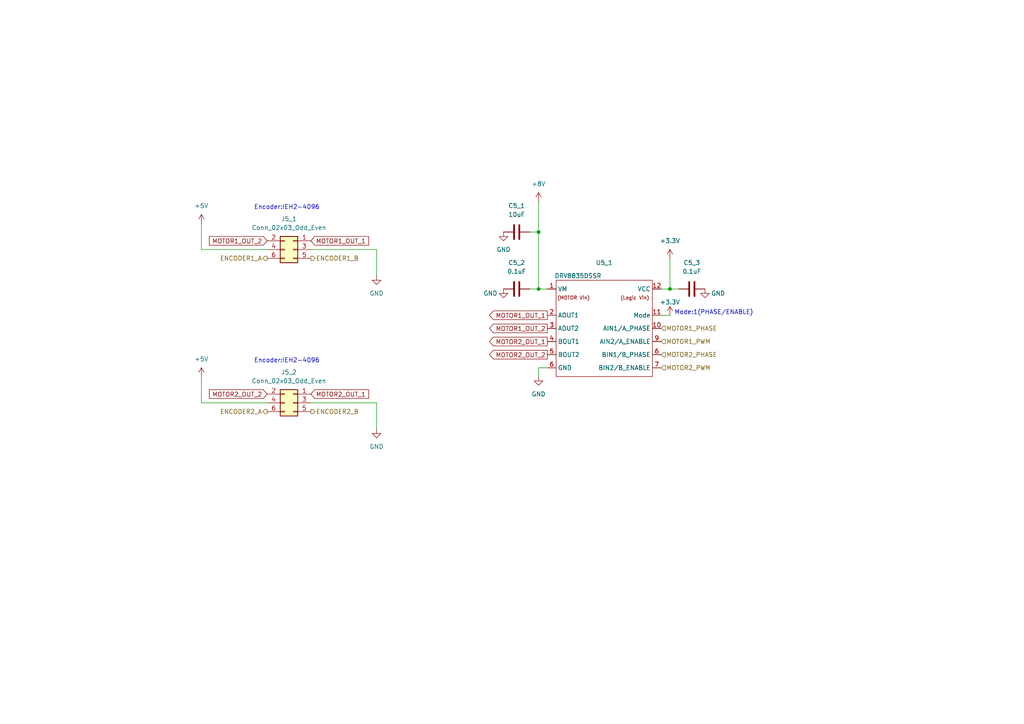
<source format=kicad_sch>
(kicad_sch (version 20230121) (generator eeschema)
  (paper "A4")
  (lib_symbols
    (symbol "Connector_Generic:Conn_02x03_Odd_Even" (pin_names (offset 1.016) hide)
      (property "Reference" "J" (at 1.27 5.08 0))
      (property "Value" "Conn_02x03_Odd_Even" (at 1.27 -5.08 0))
      (symbol "Conn_02x03_Odd_Even_1_1"
        (rectangle (start -1.27 -2.413) (end 0 -2.667) (stroke (width 0.1524)))
        (rectangle (start -1.27 0.127) (end 0 -0.127) (stroke (width 0.1524)))
        (rectangle (start -1.27 2.667) (end 0 2.413) (stroke (width 0.1524)))
        (rectangle (start -1.27 3.81) (end 3.81 -3.81) (stroke (width 0.254)) (fill (type background)))
        (rectangle (start 3.81 -2.413) (end 2.54 -2.667) (stroke (width 0.1524)))
        (rectangle (start 3.81 0.127) (end 2.54 -0.127) (stroke (width 0.1524)))
        (rectangle (start 3.81 2.667) (end 2.54 2.413) (stroke (width 0.1524)))
        (pin passive line (at -5.08 2.54 0) (length 3.81) (name "Pin_1") (number "1"))
        (pin passive line (at 7.62 2.54 180) (length 3.81) (name "Pin_2") (number "2"))
        (pin passive line (at -5.08 0 0) (length 3.81) (name "Pin_3") (number "3"))
        (pin passive line (at 7.62 0 180) (length 3.81) (name "Pin_4") (number "4"))
        (pin passive line (at -5.08 -2.54 0) (length 3.81) (name "Pin_5") (number "5"))
        (pin passive line (at 7.62 -2.54 180) (length 3.81) (name "Pin_6") (number "6"))
      )
    )
    (symbol "DRV8835:DRV8835"
      (property "Reference" "U" (at 0 0 0))
      (symbol "DRV8835_1_1"
        (rectangle (start 12.7 6.35) (end 40.64 -21.59))
        (text "(Logic Vin)" (at 35.56 1.27 0) (effects (font (size 1 1))))
        (text "(MOTOR Vin)" (at 17.78 1.27 0) (effects (font (size 1 1))))
        (pin power_in line (at 10.16 3.81 0) (length 2.54) (name "VM") (number "1"))
        (pin input line (at 43.18 -7.62 180) (length 2.54) (name "AIN1/A_PHASE") (number "10"))
        (pin input line (at 43.18 -3.81 180) (length 2.54) (name "Mode") (number "11"))
        (pin power_in line (at 43.18 3.81 180) (length 2.54) (name "VCC") (number "12"))
        (pin output line (at 10.16 -3.81 0) (length 2.54) (name "AOUT1") (number "2"))
        (pin output line (at 10.16 -7.62 0) (length 2.54) (name "AOUT2") (number "3"))
        (pin output line (at 10.16 -11.43 0) (length 2.54) (name "BOUT1") (number "4"))
        (pin output line (at 10.16 -15.24 0) (length 2.54) (name "BOUT2") (number "5"))
        (pin input line (at 43.18 -15.24 180) (length 2.54) (name "BIN1/B_PHASE") (number "6"))
        (pin power_in line (at 10.16 -19.05 0) (length 2.54) (name "GND") (number "6"))
        (pin input line (at 43.18 -19.05 180) (length 2.54) (name "BIN2/B_ENABLE") (number "7"))
        (pin input line (at 43.18 -11.43 180) (length 2.54) (name "AIN2/A_ENABLE") (number "9"))
      )
    )
    (symbol "Device:C" (pin_numbers hide) (pin_names (offset 0.254))
      (property "Reference" "C" (at 0.635 2.54 0))
      (property "Value" "C" (at 0.635 -2.54 0))
      (symbol "C_0_1"
        (polyline (pts (xy -2.032 -0.762) (xy 2.032 -0.762)) (stroke (width 0.508)))
        (polyline (pts (xy -2.032 0.762) (xy 2.032 0.762)) (stroke (width 0.508)))
      )
      (symbol "C_1_1"
        (pin passive line (at 0 3.81 270) (length 2.794) (name "~") (number "1"))
        (pin passive line (at 0 -3.81 90) (length 2.794) (name "~") (number "2"))
      )
    )
    (symbol "power:+3.3V" (power) (pin_names (offset 0))
      (property "Value" "+3.3V" (at 0 3.556 0))
      (symbol "+3.3V_0_1"
        (polyline (pts (xy -0.762 1.27) (xy 0 2.54)))
        (polyline (pts (xy 0 0) (xy 0 2.54)))
        (polyline (pts (xy 0 2.54) (xy 0.762 1.27)))
      )
      (symbol "+3.3V_1_1"
        (pin power_in line (at 0 0 90) (length 0) hide (name "+3.3V") (number "1"))
      )
    )
    (symbol "power:+5V" (power) (pin_names (offset 0))
      (property "Value" "+5V" (at 0 3.556 0))
      (symbol "+5V_0_1"
        (polyline (pts (xy -0.762 1.27) (xy 0 2.54)))
        (polyline (pts (xy 0 0) (xy 0 2.54)))
        (polyline (pts (xy 0 2.54) (xy 0.762 1.27)))
      )
      (symbol "+5V_1_1"
        (pin power_in line (at 0 0 90) (length 0) hide (name "+5V") (number "1"))
      )
    )
    (symbol "power:+8V" (power) (pin_names (offset 0))
      (property "Value" "+8V" (at 0 3.556 0))
      (symbol "+8V_0_1"
        (polyline (pts (xy -0.762 1.27) (xy 0 2.54)))
        (polyline (pts (xy 0 0) (xy 0 2.54)))
        (polyline (pts (xy 0 2.54) (xy 0.762 1.27)))
      )
      (symbol "+8V_1_1"
        (pin power_in line (at 0 0 90) (length 0) hide (name "+8V") (number "1"))
      )
    )
    (symbol "power:GND" (power) (pin_names (offset 0))
      (property "Value" "GND" (at 0 -3.81 0))
      (symbol "GND_0_1"
        (polyline (pts (xy 0 0) (xy 0 -1.27) (xy 1.27 -1.27) (xy 0 -2.54) (xy -1.27 -1.27) (xy 0 -1.27)))
      )
      (symbol "GND_1_1"
        (pin power_in line (at 0 0 270) (length 0) hide (name "GND") (number "1"))
      )
    )
  )
  (junction (at 156.21 83.82))
  (junction (at 194.31 83.82))
  (junction (at 156.21 67.31))
  (wire (pts (xy 194.31 74.93) (xy 194.31 83.82)))
  (wire (pts (xy 156.21 109.22) (xy 156.21 106.68)))
  (wire (pts (xy 58.42 72.39) (xy 77.47 72.39)))
  (wire (pts (xy 156.21 83.82) (xy 158.75 83.82)))
  (wire (pts (xy 156.21 58.42) (xy 156.21 67.31)))
  (wire (pts (xy 156.21 106.68) (xy 158.75 106.68)))
  (wire (pts (xy 58.42 109.22) (xy 58.42 116.84)))
  (wire (pts (xy 109.22 72.39) (xy 90.17 72.39)))
  (wire (pts (xy 153.67 83.82) (xy 156.21 83.82)))
  (wire (pts (xy 58.42 116.84) (xy 77.47 116.84)))
  (wire (pts (xy 153.67 67.31) (xy 156.21 67.31)))
  (wire (pts (xy 196.85 83.82) (xy 194.31 83.82)))
  (wire (pts (xy 109.22 72.39) (xy 109.22 80.01)))
  (wire (pts (xy 109.22 116.84) (xy 109.22 124.46)))
  (wire (pts (xy 191.77 91.44) (xy 194.31 91.44)))
  (wire (pts (xy 109.22 116.84) (xy 90.17 116.84)))
  (wire (pts (xy 156.21 67.31) (xy 156.21 83.82)))
  (wire (pts (xy 194.31 83.82) (xy 191.77 83.82)))
  (wire (pts (xy 58.42 64.77) (xy 58.42 72.39)))
  (text "Encoder:IEH2-4096" (at 73.66 60.96 0) (effects (font (size 1.27 1.27)) (justify left bottom)))
  (text "Mode:1(PHASE/ENABLE)" (at 195.58 91.44 0) (effects (font (size 1.27 1.27)) (justify left bottom)))
  (text "Encoder:IEH2-4096" (at 73.66 105.41 0) (effects (font (size 1.27 1.27)) (justify left bottom)))
  (global_label "MOTOR1_OUT_2" (shape output) (at 158.75 95.25 180) (property "Intersheetrefs" "${INTERSHEET_REFS}" (effects hide)))
  (global_label "MOTOR2_OUT_2" (shape output) (at 158.75 102.87 180) (property "Intersheetrefs" "${INTERSHEET_REFS}" (effects hide)))
  (global_label "MOTOR1_OUT_1" (shape output) (at 158.75 91.44 180) (property "Intersheetrefs" "${INTERSHEET_REFS}" (effects hide)))
  (global_label "MOTOR2_OUT_1" (shape output) (at 158.75 99.06 180) (property "Intersheetrefs" "${INTERSHEET_REFS}" (effects hide)))
  (global_label "MOTOR2_OUT_1" (shape input) (at 90.17 114.3 0) (property "Intersheetrefs" "${INTERSHEET_REFS}" (effects hide)))
  (global_label "MOTOR1_OUT_1" (shape input) (at 90.17 69.85 0) (property "Intersheetrefs" "${INTERSHEET_REFS}" (effects hide)))
  (global_label "MOTOR2_OUT_2" (shape input) (at 77.47 114.3 180) (property "Intersheetrefs" "${INTERSHEET_REFS}" (effects hide)))
  (global_label "MOTOR1_OUT_2" (shape input) (at 77.47 69.85 180) (property "Intersheetrefs" "${INTERSHEET_REFS}" (effects hide)))
  (hierarchical_label "ENCODER2_B" (shape output) (at 90.17 119.38 0))
  (hierarchical_label "ENCODER1_B" (shape output) (at 90.17 74.93 0))
  (hierarchical_label "ENCODER1_A" (shape output) (at 77.47 74.93 180))
  (hierarchical_label "ENCODER2_A" (shape output) (at 77.47 119.38 180))
  (hierarchical_label "MOTOR1_PWM" (shape input) (at 191.77 99.06 0))
  (hierarchical_label "MOTOR2_PWM" (shape input) (at 191.77 106.68 0))
  (hierarchical_label "MOTOR1_PHASE" (shape input) (at 191.77 95.25 0))
  (hierarchical_label "MOTOR2_PHASE" (shape input) (at 191.77 102.87 0))
  (symbol (lib_id "Connector_Generic:Conn_02x03_Odd_Even") (at 85.09 72.39 0) (mirror y) (unit 1)
    (property "Reference" "J5_1" (at 83.82 63.5 0))
    (property "Value" "Conn_02x03_Odd_Even" (at 83.82 66.04 0))
    (property "Footprint" "Connector_IDC:IDC-Header_2x03_P2.54mm_Vertical" (effects hide))
  )
  (symbol (lib_id "power:+3.3V") (at 194.31 91.44 0) (unit 1)
    (property "Reference" "#PWR063" (effects hide))
    (property "Value" "+3.3V" (at 194.31 87.63 0))
  )
  (symbol (lib_id "Device:C") (at 149.86 83.82 270) (unit 1)
    (property "Reference" "C5_2" (at 149.86 76.2 90))
    (property "Value" "0.1uF" (at 149.86 78.74 90))
    (property "Footprint" "Capacitor_SMD:C_0603_1608Metric_Pad1.08x0.95mm_HandSolder" (effects hide))
  )
  (symbol (lib_id "Device:C") (at 200.66 83.82 270) (unit 1)
    (property "Reference" "C5_3" (at 200.66 76.2 90))
    (property "Value" "0.1uF" (at 200.66 78.74 90))
    (property "Footprint" "Capacitor_SMD:C_0603_1608Metric_Pad1.08x0.95mm_HandSolder" (effects hide))
  )
  (symbol (lib_id "DRV8835:DRV8835") (at 148.59 87.63 0) (unit 1)
    (property "Reference" "U5_1" (at 175.26 76.2 0))
    (property "Value" "DRV8835DSSR" (at 167.64 80.01 0))
    (property "Footprint" "Self-Made_Generic_Packages:WSON-12-1EP_ExpandPad_3x2mm_P0.5mm_EP1x2.65" (effects hide))
  )
  (symbol (lib_id "Connector_Generic:Conn_02x03_Odd_Even") (at 85.09 116.84 0) (mirror y) (unit 1)
    (property "Reference" "J5_2" (at 83.82 107.95 0))
    (property "Value" "Conn_02x03_Odd_Even" (at 83.82 110.49 0))
    (property "Footprint" "Connector_IDC:IDC-Header_2x03_P2.54mm_Vertical" (effects hide))
  )
  (symbol (lib_id "power:GND") (at 146.05 67.31 0) (unit 1)
    (property "Reference" "#PWR01" (effects hide))
    (property "Value" "GND" (at 146.05 72.39 0))
  )
  (symbol (lib_id "power:GND") (at 109.22 80.01 0) (unit 1)
    (property "Reference" "#PWR038" (effects hide))
    (property "Value" "GND" (at 109.22 85.09 0))
  )
  (symbol (lib_id "power:GND") (at 204.47 83.82 0) (unit 1)
    (property "Reference" "#PWR035" (effects hide))
    (property "Value" "GND" (at 208.28 85.09 0))
  )
  (symbol (lib_id "power:+5V") (at 58.42 64.77 0) (unit 1)
    (property "Reference" "#PWR039" (effects hide))
    (property "Value" "+5V" (at 58.42 59.69 0))
  )
  (symbol (lib_id "Device:C") (at 149.86 67.31 90) (unit 1)
    (property "Reference" "C5_1" (at 149.86 59.69 90))
    (property "Value" "10uF" (at 149.86 62.23 90))
    (property "Footprint" "Capacitor_SMD:C_0603_1608Metric_Pad1.08x0.95mm_HandSolder" (effects hide))
  )
  (symbol (lib_id "power:+8V") (at 156.21 58.42 0) (unit 1)
    (property "Reference" "#PWR036" (effects hide))
    (property "Value" "+8V" (at 156.21 53.34 0))
  )
  (symbol (lib_id "power:GND") (at 146.05 83.82 0) (unit 1)
    (property "Reference" "#PWR037" (effects hide))
    (property "Value" "GND" (at 142.24 85.09 0))
  )
  (symbol (lib_id "power:GND") (at 156.21 109.22 0) (unit 1)
    (property "Reference" "#PWR033" (effects hide))
    (property "Value" "GND" (at 156.21 114.3 0))
  )
  (symbol (lib_id "power:+5V") (at 58.42 109.22 0) (unit 1)
    (property "Reference" "#PWR052" (effects hide))
    (property "Value" "+5V" (at 58.42 104.14 0))
  )
  (symbol (lib_id "power:GND") (at 109.22 124.46 0) (unit 1)
    (property "Reference" "#PWR053" (effects hide))
    (property "Value" "GND" (at 109.22 129.54 0))
  )
  (symbol (lib_id "power:+3.3V") (at 194.31 74.93 0) (unit 1)
    (property "Reference" "#PWR034" (effects hide))
    (property "Value" "+3.3V" (at 194.31 69.85 0))
  )
)
</source>
